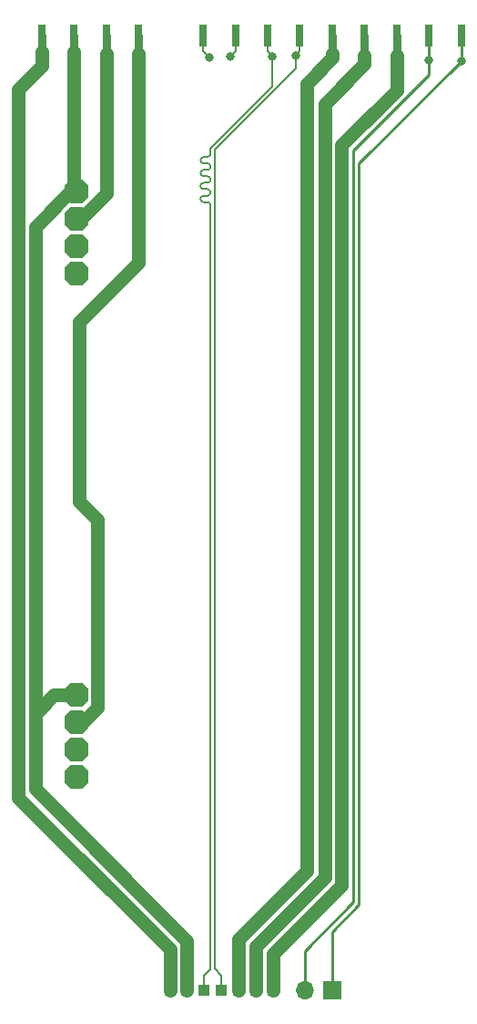
<source format=gbr>
%TF.GenerationSoftware,KiCad,Pcbnew,(5.99.0-12980-gcf6acae791)*%
%TF.CreationDate,2022-01-08T17:20:55+01:00*%
%TF.ProjectId,GRIPPER_TWO_ADVANCED_CONECTION_BOARD,47524950-5045-4525-9f54-574f5f414456,rev?*%
%TF.SameCoordinates,Original*%
%TF.FileFunction,Copper,L1,Top*%
%TF.FilePolarity,Positive*%
%FSLAX46Y46*%
G04 Gerber Fmt 4.6, Leading zero omitted, Abs format (unit mm)*
G04 Created by KiCad (PCBNEW (5.99.0-12980-gcf6acae791)) date 2022-01-08 17:20:55*
%MOMM*%
%LPD*%
G01*
G04 APERTURE LIST*
G04 Aperture macros list*
%AMOutline5P*
0 Free polygon, 5 corners , with rotation*
0 The origin of the aperture is its center*
0 number of corners: always 5*
0 $1 to $10 corner X, Y*
0 $11 Rotation angle, in degrees counterclockwise*
0 create outline with 5 corners*
4,1,5,$1,$2,$3,$4,$5,$6,$7,$8,$9,$10,$1,$2,$11*%
%AMOutline6P*
0 Free polygon, 6 corners , with rotation*
0 The origin of the aperture is its center*
0 number of corners: always 6*
0 $1 to $12 corner X, Y*
0 $13 Rotation angle, in degrees counterclockwise*
0 create outline with 6 corners*
4,1,6,$1,$2,$3,$4,$5,$6,$7,$8,$9,$10,$11,$12,$1,$2,$13*%
%AMOutline7P*
0 Free polygon, 7 corners , with rotation*
0 The origin of the aperture is its center*
0 number of corners: always 7*
0 $1 to $14 corner X, Y*
0 $15 Rotation angle, in degrees counterclockwise*
0 create outline with 7 corners*
4,1,7,$1,$2,$3,$4,$5,$6,$7,$8,$9,$10,$11,$12,$13,$14,$1,$2,$15*%
%AMOutline8P*
0 Free polygon, 8 corners , with rotation*
0 The origin of the aperture is its center*
0 number of corners: always 8*
0 $1 to $16 corner X, Y*
0 $17 Rotation angle, in degrees counterclockwise*
0 create outline with 8 corners*
4,1,8,$1,$2,$3,$4,$5,$6,$7,$8,$9,$10,$11,$12,$13,$14,$15,$16,$1,$2,$17*%
G04 Aperture macros list end*
%TA.AperFunction,SMDPad,CuDef*%
%ADD10R,0.800000X2.000000*%
%TD*%
%TA.AperFunction,ComponentPad*%
%ADD11R,1.700000X1.700000*%
%TD*%
%TA.AperFunction,ComponentPad*%
%ADD12O,1.700000X1.700000*%
%TD*%
%TA.AperFunction,ComponentPad*%
%ADD13Outline8P,-1.079500X0.539750X-0.539750X1.079500X0.539750X1.079500X1.079500X0.539750X1.079500X-0.539750X0.539750X-1.079500X-0.539750X-1.079500X-1.079500X-0.539750X0.000000*%
%TD*%
%TA.AperFunction,SMDPad,CuDef*%
%ADD14R,1.000000X1.000000*%
%TD*%
%TA.AperFunction,ViaPad*%
%ADD15C,0.800000*%
%TD*%
%TA.AperFunction,Conductor*%
%ADD16C,1.270000*%
%TD*%
%TA.AperFunction,Conductor*%
%ADD17C,0.800000*%
%TD*%
%TA.AperFunction,Conductor*%
%ADD18C,0.200000*%
%TD*%
%TA.AperFunction,Conductor*%
%ADD19C,0.250000*%
%TD*%
G04 APERTURE END LIST*
D10*
%TO.P,MOTOR_2,1,P*%
%TO.N,/MOTOR_2*%
X151300000Y-60300000D03*
%TD*%
D11*
%TO.P,J1,1,Pin_1*%
%TO.N,/RX*%
X169275000Y-149000000D03*
D12*
%TO.P,J1,2,Pin_2*%
%TO.N,/TX*%
X166735000Y-149000000D03*
%TD*%
D13*
%TO.P,LSP16,MP,MP*%
%TO.N,/RS485-*%
X145502000Y-126659900D03*
%TD*%
D10*
%TO.P,12V1,1,P*%
%TO.N,/12V*%
X172300000Y-60300000D03*
%TD*%
D14*
%TO.P,TP7,1,1*%
%TO.N,GNDPWR*%
X155800000Y-149000000D03*
%TD*%
%TO.P,TP4,1,1*%
%TO.N,/GND*%
X160600000Y-149000000D03*
%TD*%
%TO.P,TP2,1,1*%
%TO.N,/SAFETY*%
X163800000Y-149000000D03*
%TD*%
D10*
%TO.P,RS485-1,1,P*%
%TO.N,/RS485-*%
X157300000Y-60300000D03*
%TD*%
D14*
%TO.P,TP5,1,1*%
%TO.N,/CAN+*%
X159000000Y-149000000D03*
%TD*%
D10*
%TO.P,MOTOR_1,1,P*%
%TO.N,/MOTOR_1*%
X148300000Y-60300000D03*
%TD*%
%TO.P,RS485+1,1,P*%
%TO.N,/RS485+*%
X160300000Y-60300000D03*
%TD*%
D13*
%TO.P,LSP15,MP,MP*%
%TO.N,/RS485+*%
X145502000Y-82463900D03*
%TD*%
%TO.P,LSP10,MP,MP*%
%TO.N,/MOTOR_1*%
X145502000Y-77383900D03*
%TD*%
D10*
%TO.P,RX1,1,P*%
%TO.N,/RX*%
X181300000Y-60300000D03*
%TD*%
D13*
%TO.P,LSP14,MP,MP*%
%TO.N,/MOTOR_2*%
X145502000Y-124119900D03*
%TD*%
%TO.P,LSP13,MP,MP*%
%TO.N,GNDPWR*%
X145502000Y-121579900D03*
%TD*%
%TO.P,LSP11,MP,MP*%
%TO.N,/RS485+*%
X145502000Y-129199900D03*
%TD*%
D10*
%TO.P,CAN_L1,1,P*%
%TO.N,/CAN-*%
X163300000Y-60300000D03*
%TD*%
%TO.P,PGND1,1,P*%
%TO.N,GNDPWR*%
X145300000Y-60300000D03*
%TD*%
%TO.P,CAN_H1,1,P*%
%TO.N,/CAN+*%
X166300000Y-60300000D03*
%TD*%
D14*
%TO.P,TP1,1,1*%
%TO.N,/24V*%
X154200000Y-149000000D03*
%TD*%
%TO.P,TP6,1,1*%
%TO.N,/CAN-*%
X157400000Y-149000000D03*
%TD*%
D13*
%TO.P,LSP12,MP,MP*%
%TO.N,/RS485-*%
X145502000Y-79923900D03*
%TD*%
D10*
%TO.P,12V_GND1,1,P*%
%TO.N,/GND*%
X169300000Y-60300000D03*
%TD*%
D14*
%TO.P,TP3,1,1*%
%TO.N,/12V*%
X162200000Y-149000000D03*
%TD*%
D10*
%TO.P,TX1,1,P*%
%TO.N,/TX*%
X178300000Y-60300000D03*
%TD*%
%TO.P,24V1,1,P*%
%TO.N,/24V*%
X142300000Y-60300000D03*
%TD*%
D13*
%TO.P,LSP9,MP,MP*%
%TO.N,GNDPWR*%
X145502000Y-74843900D03*
%TD*%
D10*
%TO.P,SAFETY1,1,P*%
%TO.N,/SAFETY*%
X175300000Y-60300000D03*
%TD*%
D15*
%TO.N,/12V*%
X172300000Y-62200000D03*
%TO.N,/CAN+*%
X165902501Y-62202501D03*
%TO.N,/CAN-*%
X163747500Y-62252500D03*
%TO.N,/RS485+*%
X159852500Y-62252500D03*
%TO.N,/RS485-*%
X157847499Y-62352501D03*
%TO.N,/MOTOR_1*%
X148300000Y-62000000D03*
%TO.N,/MOTOR_2*%
X151300000Y-62000000D03*
%TO.N,/24V*%
X142300000Y-61900000D03*
%TO.N,/SAFETY*%
X175300000Y-62200000D03*
%TO.N,/TX*%
X178300000Y-62600000D03*
%TO.N,/RX*%
X181300000Y-62700000D03*
%TO.N,/GND*%
X169300000Y-62000000D03*
%TO.N,GNDPWR*%
X145300000Y-61900000D03*
%TD*%
D16*
%TO.N,/12V*%
X172300000Y-63000000D02*
X168600000Y-66700000D01*
X162200000Y-144900000D02*
X162200000Y-149000000D01*
X172300000Y-62200000D02*
X172300000Y-63000000D01*
X168600000Y-66700000D02*
X168600000Y-138500000D01*
D17*
X172300000Y-62200000D02*
X172300000Y-60300000D01*
D16*
X168600000Y-138500000D02*
X162200000Y-144900000D01*
D18*
%TO.N,/CAN+*%
X166300000Y-61805001D02*
X165902501Y-62202501D01*
X158351920Y-70948080D02*
X158351920Y-146951920D01*
X166300000Y-59900000D02*
X166300000Y-61805001D01*
X159000000Y-147600000D02*
X159000000Y-149000000D01*
X165902501Y-63397499D02*
X158351920Y-70948080D01*
X165902501Y-62202501D02*
X165902501Y-63397499D01*
X158351920Y-146951920D02*
X159000000Y-147600000D01*
%TO.N,/CAN-*%
X157355466Y-75800000D02*
X157700000Y-75800000D01*
X163747500Y-62252500D02*
X163747500Y-65054810D01*
X163300000Y-59900000D02*
X163300000Y-61805001D01*
X157700000Y-72800000D02*
X157355466Y-72800000D01*
X163747500Y-65054810D02*
X158000000Y-70802310D01*
X157355466Y-74600000D02*
X157700000Y-74600000D01*
X158000000Y-147000000D02*
X157400000Y-147600000D01*
X157700000Y-74000000D02*
X157355466Y-74000000D01*
X158000000Y-76100000D02*
X158000000Y-78550000D01*
X163300000Y-61805001D02*
X163747500Y-62252500D01*
X157400000Y-147600000D02*
X157400000Y-149000000D01*
X157700000Y-75200000D02*
X157355466Y-75200000D01*
X158000000Y-70802310D02*
X158000000Y-71300000D01*
X157355466Y-72200000D02*
X157700000Y-72200000D01*
X157355466Y-73400000D02*
X157700000Y-73400000D01*
X157700000Y-71600000D02*
X157355466Y-71600000D01*
X158000000Y-78550000D02*
X158000000Y-147000000D01*
X158000000Y-76100000D02*
G75*
G03*
X157700000Y-75800000I-300000J0D01*
G01*
X157055466Y-73100000D02*
G75*
G02*
X157355466Y-72800000I300000J0D01*
G01*
X158000000Y-73700000D02*
G75*
G03*
X157700000Y-73400000I-300000J0D01*
G01*
X157355466Y-72200000D02*
G75*
G02*
X157055466Y-71900000I0J300000D01*
G01*
X157355466Y-75800000D02*
G75*
G02*
X157055466Y-75500000I0J300000D01*
G01*
X157700000Y-71600000D02*
G75*
G03*
X158000000Y-71300000I0J300000D01*
G01*
X157700000Y-72800000D02*
G75*
G03*
X158000000Y-72500000I0J300000D01*
G01*
X157700000Y-74000000D02*
G75*
G03*
X158000000Y-73700000I0J300000D01*
G01*
X157355466Y-74600000D02*
G75*
G02*
X157055466Y-74300000I0J300000D01*
G01*
X157055466Y-71900000D02*
G75*
G02*
X157355466Y-71600000I300000J0D01*
G01*
X157700000Y-75200000D02*
G75*
G03*
X158000000Y-74900000I0J300000D01*
G01*
X158000000Y-74900000D02*
G75*
G03*
X157700000Y-74600000I-300000J0D01*
G01*
X157355466Y-73400000D02*
G75*
G02*
X157055466Y-73100000I0J300000D01*
G01*
X158000000Y-72500000D02*
G75*
G03*
X157700000Y-72200000I-300000J0D01*
G01*
X157055466Y-74300000D02*
G75*
G02*
X157355466Y-74000000I300000J0D01*
G01*
X157055466Y-75500000D02*
G75*
G02*
X157355466Y-75200000I300000J0D01*
G01*
%TO.N,/RS485+*%
X160300000Y-61800000D02*
X160300000Y-60300000D01*
X159852500Y-62252500D02*
X159852500Y-62247500D01*
X159852500Y-62247500D02*
X160300000Y-61800000D01*
%TO.N,/RS485-*%
X157300000Y-61800000D02*
X157300000Y-60300000D01*
X157847499Y-62352501D02*
X157847499Y-62347499D01*
X157847499Y-62347499D02*
X157300000Y-61800000D01*
D16*
%TO.N,/MOTOR_1*%
X148300000Y-75000000D02*
X145916100Y-77383900D01*
X148300000Y-62000000D02*
X148300000Y-75000000D01*
D17*
X148300000Y-62000000D02*
X148300000Y-60300000D01*
D16*
X145916100Y-77383900D02*
X145552800Y-77383900D01*
D17*
%TO.N,/MOTOR_2*%
X151300000Y-60300000D02*
X151300000Y-62000000D01*
D16*
X151300000Y-81400000D02*
X145800000Y-86900000D01*
X145800000Y-103600000D02*
X147500000Y-105300000D01*
X147500000Y-105300000D02*
X147500000Y-122700000D01*
X147500000Y-122700000D02*
X146080100Y-124119900D01*
X146080100Y-124119900D02*
X145451200Y-124119900D01*
X151300000Y-62000000D02*
X151300000Y-81400000D01*
X145800000Y-86900000D02*
X145800000Y-103600000D01*
%TO.N,/24V*%
X140100000Y-65300000D02*
X140100000Y-131100000D01*
X142300000Y-63100000D02*
X140100000Y-65300000D01*
X154200000Y-145200000D02*
X154200000Y-149000000D01*
X140100000Y-131100000D02*
X154200000Y-145200000D01*
X142300000Y-61900000D02*
X142300000Y-63100000D01*
D17*
X142300000Y-60300000D02*
X142300000Y-61900000D01*
%TO.N,/SAFETY*%
X175300000Y-60300000D02*
X175300000Y-62200000D01*
D16*
X175300000Y-65400000D02*
X170200000Y-70500000D01*
X163800000Y-145605449D02*
X163800000Y-149000000D01*
D17*
X175300000Y-63200000D02*
X175400000Y-63300000D01*
D16*
X175300000Y-62200000D02*
X175300000Y-65400000D01*
D17*
X175300000Y-62200000D02*
X175300000Y-63200000D01*
D16*
X170200000Y-70500000D02*
X170200000Y-139205449D01*
X170200000Y-139205449D02*
X163800000Y-145605449D01*
D19*
%TO.N,/TX*%
X178300000Y-64000000D02*
X171300000Y-71000000D01*
X171298080Y-76401920D02*
X171298080Y-140801920D01*
X178300000Y-59900000D02*
X178300000Y-62600000D01*
X166735000Y-145365000D02*
X166735000Y-149000000D01*
X171300000Y-76400000D02*
X171298080Y-76401920D01*
X171300000Y-71000000D02*
X171300000Y-76400000D01*
X171298080Y-140801920D02*
X166735000Y-145365000D01*
X178300000Y-62600000D02*
X178300000Y-64000000D01*
%TO.N,/RX*%
X171800000Y-72200000D02*
X171800000Y-141000000D01*
X181300000Y-59800000D02*
X181300000Y-62700000D01*
X171800000Y-141000000D02*
X169275000Y-143525000D01*
X181300000Y-62700000D02*
X171800000Y-72200000D01*
X169275000Y-143525000D02*
X169275000Y-149000000D01*
D16*
%TO.N,/GND*%
X169300000Y-62000000D02*
X169300000Y-62400000D01*
X166911920Y-137888080D02*
X160600000Y-144200000D01*
X169300000Y-62400000D02*
X166911920Y-64788080D01*
D17*
X169300000Y-60300000D02*
X169300000Y-62000000D01*
D16*
X160600000Y-144200000D02*
X160600000Y-149000000D01*
X166911920Y-64788080D02*
X166911920Y-137888080D01*
%TO.N,GNDPWR*%
X141700000Y-130300000D02*
X155800000Y-144400000D01*
X145502000Y-74843900D02*
X144956100Y-74843900D01*
X143420100Y-121579900D02*
X145502000Y-121579900D01*
X155800000Y-144400000D02*
X155800000Y-149000000D01*
X145300000Y-74641900D02*
X145502000Y-74843900D01*
X141700000Y-123300000D02*
X143420100Y-121579900D01*
X141700000Y-123600000D02*
X141700000Y-123300000D01*
X141700000Y-123600000D02*
X141700000Y-130300000D01*
X144956100Y-74843900D02*
X141700000Y-78100000D01*
X141700000Y-78100000D02*
X141700000Y-123600000D01*
X145451200Y-121451200D02*
X145451200Y-121579900D01*
D17*
X145300000Y-60300000D02*
X145300000Y-61900000D01*
D16*
X145300000Y-61900000D02*
X145300000Y-74641900D01*
%TD*%
M02*

</source>
